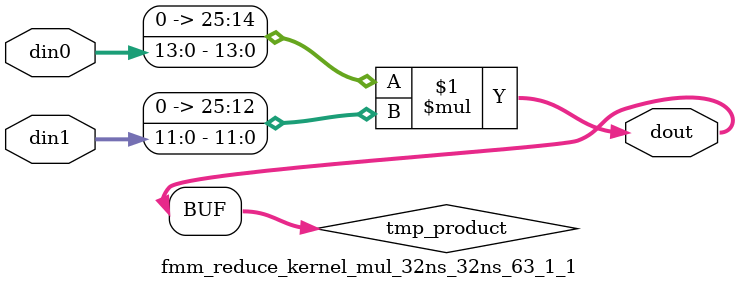
<source format=v>

`timescale 1 ns / 1 ps

 module fmm_reduce_kernel_mul_32ns_32ns_63_1_1(din0, din1, dout);
parameter ID = 1;
parameter NUM_STAGE = 0;
parameter din0_WIDTH = 14;
parameter din1_WIDTH = 12;
parameter dout_WIDTH = 26;

input [din0_WIDTH - 1 : 0] din0; 
input [din1_WIDTH - 1 : 0] din1; 
output [dout_WIDTH - 1 : 0] dout;

wire signed [dout_WIDTH - 1 : 0] tmp_product;
























assign tmp_product = $signed({1'b0, din0}) * $signed({1'b0, din1});











assign dout = tmp_product;





















endmodule

</source>
